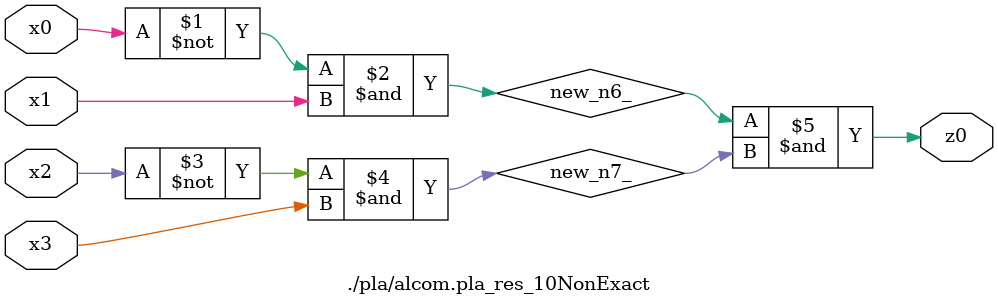
<source format=v>

module \./pla/alcom.pla_res_10NonExact  ( 
    x0, x1, x2, x3,
    z0  );
  input  x0, x1, x2, x3;
  output z0;
  wire new_n6_, new_n7_;
  assign new_n6_ = ~x0 & x1;
  assign new_n7_ = ~x2 & x3;
  assign z0 = new_n6_ & new_n7_;
endmodule



</source>
